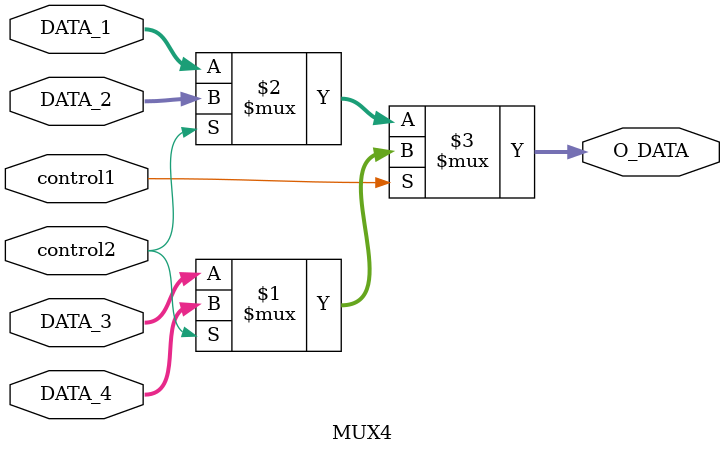
<source format=v>
`timescale 1ns / 1ps


module MUX4(DATA_1,DATA_2,DATA_3,DATA_4,control1,control2,O_DATA);
    input[31:0]DATA_1;
    input[31:0]DATA_2;
    input[31:0]DATA_3;
    input[31:0]DATA_4;
    input control1;
    input control2;
    output[31:0] O_DATA;
    assign O_DATA=control1?(control2?DATA_4:DATA_3):(control2?DATA_2:DATA_1);
endmodule

</source>
